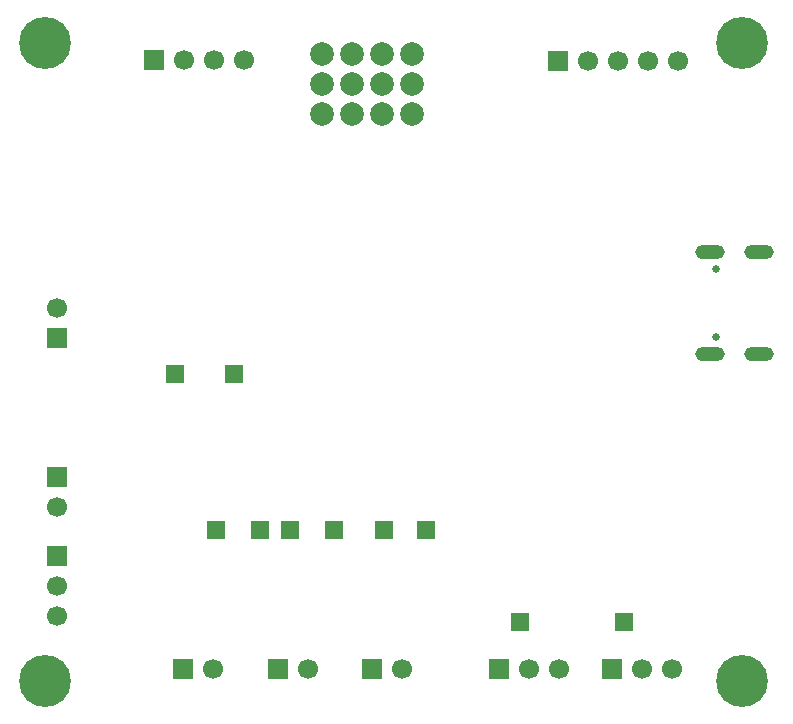
<source format=gbr>
%TF.GenerationSoftware,KiCad,Pcbnew,9.0.2*%
%TF.CreationDate,2025-06-25T14:47:54+02:00*%
%TF.ProjectId,ant control board v2,616e7420-636f-46e7-9472-6f6c20626f61,1.0*%
%TF.SameCoordinates,Original*%
%TF.FileFunction,Soldermask,Bot*%
%TF.FilePolarity,Negative*%
%FSLAX46Y46*%
G04 Gerber Fmt 4.6, Leading zero omitted, Abs format (unit mm)*
G04 Created by KiCad (PCBNEW 9.0.2) date 2025-06-25 14:47:54*
%MOMM*%
%LPD*%
G01*
G04 APERTURE LIST*
%ADD10R,1.500000X1.500000*%
%ADD11R,1.700000X1.700000*%
%ADD12C,1.700000*%
%ADD13C,0.700000*%
%ADD14C,4.400000*%
%ADD15C,2.000000*%
%ADD16C,0.650000*%
%ADD17O,2.500000X1.250000*%
G04 APERTURE END LIST*
D10*
%TO.C,TP9*%
X160250000Y-121000000D03*
%TD*%
%TO.C,TP2*%
X131000000Y-100000000D03*
%TD*%
D11*
%TO.C,J5*%
X147725000Y-125000000D03*
D12*
X150265000Y-125000000D03*
%TD*%
D13*
%TO.C,H3*%
X177350000Y-126000000D03*
X177833274Y-124833274D03*
X177833274Y-127166726D03*
X179000000Y-124350000D03*
D14*
X179000000Y-126000000D03*
D13*
X179000000Y-127650000D03*
X180166726Y-124833274D03*
X180166726Y-127166726D03*
X180650000Y-126000000D03*
%TD*%
D11*
%TO.C,J3*%
X131725000Y-125000000D03*
D12*
X134265000Y-125000000D03*
%TD*%
D10*
%TO.C,TP10*%
X169000000Y-121000000D03*
%TD*%
D11*
%TO.C,J10*%
X129200000Y-73475000D03*
D12*
X131740000Y-73475000D03*
X134280000Y-73475000D03*
X136820000Y-73475000D03*
%TD*%
D11*
%TO.C,J8*%
X121000000Y-115460000D03*
D12*
X121000000Y-118000000D03*
X121000000Y-120540000D03*
%TD*%
D11*
%TO.C,J4*%
X139725000Y-125000000D03*
D12*
X142265000Y-125000000D03*
%TD*%
D11*
%TO.C,J11*%
X163420000Y-73500000D03*
D12*
X165960000Y-73500000D03*
X168500000Y-73500000D03*
X171040000Y-73500000D03*
X173580000Y-73500000D03*
%TD*%
D13*
%TO.C,H1*%
X118350000Y-72000000D03*
X118833274Y-70833274D03*
X118833274Y-73166726D03*
X120000000Y-70350000D03*
D14*
X120000000Y-72000000D03*
D13*
X120000000Y-73650000D03*
X121166726Y-70833274D03*
X121166726Y-73166726D03*
X121650000Y-72000000D03*
%TD*%
D11*
%TO.C,J6*%
X158460000Y-125000000D03*
D12*
X161000000Y-125000000D03*
X163540000Y-125000000D03*
%TD*%
D10*
%TO.C,TP7*%
X148750000Y-113250000D03*
%TD*%
D11*
%TO.C,J9*%
X121000000Y-108725000D03*
D12*
X121000000Y-111265000D03*
%TD*%
D10*
%TO.C,TP6*%
X144500000Y-113250000D03*
%TD*%
%TO.C,TP4*%
X138250000Y-113250000D03*
%TD*%
D15*
%TO.C,U7*%
X143500000Y-78000000D03*
X143500000Y-75460000D03*
X143500000Y-72920000D03*
X146040000Y-78000000D03*
X146040000Y-75460000D03*
X146040000Y-72920000D03*
X148580000Y-78000000D03*
X148580000Y-75460000D03*
X148580000Y-72920000D03*
X151120000Y-78000000D03*
X151120000Y-75460000D03*
X151120000Y-72920000D03*
%TD*%
D10*
%TO.C,TP1*%
X136000000Y-100000000D03*
%TD*%
D13*
%TO.C,H2*%
X177350000Y-72000000D03*
X177833274Y-70833274D03*
X177833274Y-73166726D03*
X179000000Y-70350000D03*
D14*
X179000000Y-72000000D03*
D13*
X179000000Y-73650000D03*
X180166726Y-70833274D03*
X180166726Y-73166726D03*
X180650000Y-72000000D03*
%TD*%
D16*
%TO.C,J1*%
X176820000Y-96890000D03*
X176820000Y-91110000D03*
D17*
X176320000Y-98320000D03*
X180500000Y-98320000D03*
X176320000Y-89680000D03*
X180500000Y-89680000D03*
%TD*%
D10*
%TO.C,TP8*%
X152250000Y-113250000D03*
%TD*%
%TO.C,TP5*%
X140750000Y-113250000D03*
%TD*%
D11*
%TO.C,J7*%
X168000000Y-125000000D03*
D12*
X170540000Y-125000000D03*
X173080000Y-125000000D03*
%TD*%
D10*
%TO.C,TP3*%
X134500000Y-113250000D03*
%TD*%
D13*
%TO.C,H4*%
X118350000Y-126000000D03*
X118833274Y-124833274D03*
X118833274Y-127166726D03*
X120000000Y-124350000D03*
D14*
X120000000Y-126000000D03*
D13*
X120000000Y-127650000D03*
X121166726Y-124833274D03*
X121166726Y-127166726D03*
X121650000Y-126000000D03*
%TD*%
D11*
%TO.C,J2*%
X121000000Y-97000000D03*
D12*
X121000000Y-94460000D03*
%TD*%
M02*

</source>
